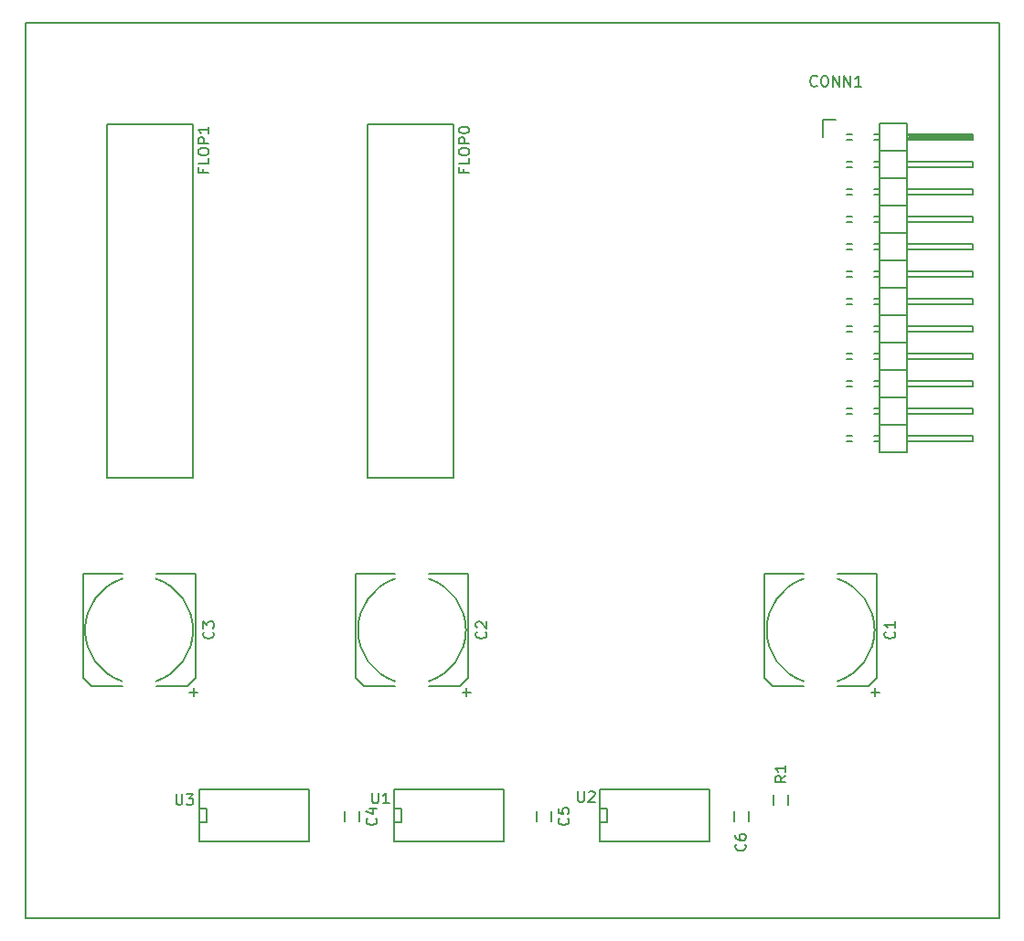
<source format=gbr>
G04 #@! TF.FileFunction,Legend,Top*
%FSLAX46Y46*%
G04 Gerber Fmt 4.6, Leading zero omitted, Abs format (unit mm)*
G04 Created by KiCad (PCBNEW 4.0.5+dfsg1-4~bpo8+1) date Sun Apr 30 20:10:01 2017*
%MOMM*%
%LPD*%
G01*
G04 APERTURE LIST*
%ADD10C,0.100000*%
%ADD11C,0.150000*%
G04 APERTURE END LIST*
D10*
D11*
X134493000Y-154940000D02*
X136652000Y-154940000D01*
X134493000Y-72009000D02*
X134493000Y-154940000D01*
X224663000Y-72009000D02*
X134493000Y-72009000D01*
X224663000Y-74930000D02*
X224663000Y-72009000D01*
X224663000Y-154940000D02*
X224663000Y-74930000D01*
X136652000Y-154940000D02*
X224663000Y-154940000D01*
X164044000Y-146042000D02*
X164044000Y-145042000D01*
X165394000Y-145042000D02*
X165394000Y-146042000D01*
X203708000Y-133477000D02*
X206590900Y-133477000D01*
X212598000Y-133477000D02*
X209715100Y-133477000D01*
X213360000Y-123063000D02*
X209715100Y-123063000D01*
X202946000Y-123063000D02*
X206590900Y-123063000D01*
X209715100Y-133019800D02*
G75*
G03X209715100Y-123520200I-1562100J4749800D01*
G01*
X206590900Y-123520200D02*
G75*
G03X206590900Y-133019800I1562100J-4749800D01*
G01*
X213360000Y-123063000D02*
X213360000Y-132715000D01*
X213360000Y-132715000D02*
X212598000Y-133477000D01*
X203708000Y-133477000D02*
X202946000Y-132715000D01*
X202946000Y-132715000D02*
X202946000Y-123063000D01*
X165862000Y-133477000D02*
X168744900Y-133477000D01*
X174752000Y-133477000D02*
X171869100Y-133477000D01*
X175514000Y-123063000D02*
X171869100Y-123063000D01*
X165100000Y-123063000D02*
X168744900Y-123063000D01*
X171869100Y-133019800D02*
G75*
G03X171869100Y-123520200I-1562100J4749800D01*
G01*
X168744900Y-123520200D02*
G75*
G03X168744900Y-133019800I1562100J-4749800D01*
G01*
X175514000Y-123063000D02*
X175514000Y-132715000D01*
X175514000Y-132715000D02*
X174752000Y-133477000D01*
X165862000Y-133477000D02*
X165100000Y-132715000D01*
X165100000Y-132715000D02*
X165100000Y-123063000D01*
X140589000Y-133477000D02*
X143471900Y-133477000D01*
X149479000Y-133477000D02*
X146596100Y-133477000D01*
X150241000Y-123063000D02*
X146596100Y-123063000D01*
X139827000Y-123063000D02*
X143471900Y-123063000D01*
X146596100Y-133019800D02*
G75*
G03X146596100Y-123520200I-1562100J4749800D01*
G01*
X143471900Y-123520200D02*
G75*
G03X143471900Y-133019800I1562100J-4749800D01*
G01*
X150241000Y-123063000D02*
X150241000Y-132715000D01*
X150241000Y-132715000D02*
X149479000Y-133477000D01*
X140589000Y-133477000D02*
X139827000Y-132715000D01*
X139827000Y-132715000D02*
X139827000Y-123063000D01*
X211074000Y-82296000D02*
X210566000Y-82296000D01*
X211074000Y-82804000D02*
X210566000Y-82804000D01*
X211074000Y-84836000D02*
X210566000Y-84836000D01*
X211074000Y-85344000D02*
X210566000Y-85344000D01*
X211074000Y-110744000D02*
X210566000Y-110744000D01*
X211074000Y-110236000D02*
X210566000Y-110236000D01*
X211074000Y-108204000D02*
X210566000Y-108204000D01*
X211074000Y-107696000D02*
X210566000Y-107696000D01*
X211074000Y-102616000D02*
X210566000Y-102616000D01*
X211074000Y-103124000D02*
X210566000Y-103124000D01*
X211074000Y-105156000D02*
X210566000Y-105156000D01*
X211074000Y-105664000D02*
X210566000Y-105664000D01*
X211074000Y-100584000D02*
X210566000Y-100584000D01*
X211074000Y-100076000D02*
X210566000Y-100076000D01*
X211074000Y-98044000D02*
X210566000Y-98044000D01*
X211074000Y-97536000D02*
X210566000Y-97536000D01*
X211074000Y-87376000D02*
X210566000Y-87376000D01*
X211074000Y-87884000D02*
X210566000Y-87884000D01*
X211074000Y-89916000D02*
X210566000Y-89916000D01*
X211074000Y-90424000D02*
X210566000Y-90424000D01*
X211074000Y-95504000D02*
X210566000Y-95504000D01*
X211074000Y-94996000D02*
X210566000Y-94996000D01*
X211074000Y-92964000D02*
X210566000Y-92964000D01*
X211074000Y-92456000D02*
X210566000Y-92456000D01*
X213614000Y-107696000D02*
X213106000Y-107696000D01*
X213614000Y-108204000D02*
X213106000Y-108204000D01*
X213614000Y-110236000D02*
X213106000Y-110236000D01*
X213614000Y-110744000D02*
X213106000Y-110744000D01*
X213614000Y-105664000D02*
X213106000Y-105664000D01*
X213614000Y-105156000D02*
X213106000Y-105156000D01*
X213614000Y-103124000D02*
X213106000Y-103124000D01*
X213614000Y-102616000D02*
X213106000Y-102616000D01*
X213614000Y-97536000D02*
X213106000Y-97536000D01*
X213614000Y-98044000D02*
X213106000Y-98044000D01*
X213614000Y-100076000D02*
X213106000Y-100076000D01*
X213614000Y-100584000D02*
X213106000Y-100584000D01*
X213614000Y-95504000D02*
X213106000Y-95504000D01*
X213614000Y-94996000D02*
X213106000Y-94996000D01*
X213614000Y-92964000D02*
X213106000Y-92964000D01*
X213614000Y-92456000D02*
X213106000Y-92456000D01*
X213614000Y-82296000D02*
X213106000Y-82296000D01*
X213614000Y-82804000D02*
X213106000Y-82804000D01*
X213614000Y-84836000D02*
X213106000Y-84836000D01*
X213614000Y-85344000D02*
X213106000Y-85344000D01*
X213614000Y-90424000D02*
X213106000Y-90424000D01*
X213614000Y-89916000D02*
X213106000Y-89916000D01*
X213614000Y-87884000D02*
X213106000Y-87884000D01*
X213614000Y-87376000D02*
X213106000Y-87376000D01*
X209550000Y-81000000D02*
X208400000Y-81000000D01*
X208400000Y-81000000D02*
X208400000Y-82550000D01*
X216154000Y-82423000D02*
X222123000Y-82423000D01*
X222123000Y-82423000D02*
X222123000Y-82677000D01*
X222123000Y-82677000D02*
X216281000Y-82677000D01*
X216281000Y-82677000D02*
X216281000Y-82550000D01*
X216281000Y-82550000D02*
X222123000Y-82550000D01*
X213614000Y-101600000D02*
X216154000Y-101600000D01*
X213614000Y-101600000D02*
X213614000Y-104140000D01*
X213614000Y-104140000D02*
X216154000Y-104140000D01*
X216154000Y-102616000D02*
X222250000Y-102616000D01*
X222250000Y-102616000D02*
X222250000Y-103124000D01*
X222250000Y-103124000D02*
X216154000Y-103124000D01*
X216154000Y-104140000D02*
X216154000Y-101600000D01*
X216154000Y-106680000D02*
X216154000Y-104140000D01*
X222250000Y-105664000D02*
X216154000Y-105664000D01*
X222250000Y-105156000D02*
X222250000Y-105664000D01*
X216154000Y-105156000D02*
X222250000Y-105156000D01*
X213614000Y-106680000D02*
X216154000Y-106680000D01*
X213614000Y-104140000D02*
X213614000Y-106680000D01*
X213614000Y-104140000D02*
X216154000Y-104140000D01*
X213614000Y-109220000D02*
X216154000Y-109220000D01*
X213614000Y-109220000D02*
X213614000Y-111760000D01*
X216154000Y-110236000D02*
X222250000Y-110236000D01*
X222250000Y-110236000D02*
X222250000Y-110744000D01*
X222250000Y-110744000D02*
X216154000Y-110744000D01*
X216154000Y-111760000D02*
X216154000Y-109220000D01*
X216154000Y-109220000D02*
X216154000Y-106680000D01*
X222250000Y-108204000D02*
X216154000Y-108204000D01*
X222250000Y-107696000D02*
X222250000Y-108204000D01*
X216154000Y-107696000D02*
X222250000Y-107696000D01*
X213614000Y-109220000D02*
X216154000Y-109220000D01*
X213614000Y-106680000D02*
X213614000Y-109220000D01*
X213614000Y-106680000D02*
X216154000Y-106680000D01*
X213614000Y-111760000D02*
X216154000Y-111760000D01*
X213614000Y-91440000D02*
X216154000Y-91440000D01*
X213614000Y-91440000D02*
X213614000Y-93980000D01*
X213614000Y-93980000D02*
X216154000Y-93980000D01*
X216154000Y-92456000D02*
X222250000Y-92456000D01*
X222250000Y-92456000D02*
X222250000Y-92964000D01*
X222250000Y-92964000D02*
X216154000Y-92964000D01*
X216154000Y-93980000D02*
X216154000Y-91440000D01*
X216154000Y-96520000D02*
X216154000Y-93980000D01*
X222250000Y-95504000D02*
X216154000Y-95504000D01*
X222250000Y-94996000D02*
X222250000Y-95504000D01*
X216154000Y-94996000D02*
X222250000Y-94996000D01*
X213614000Y-96520000D02*
X216154000Y-96520000D01*
X213614000Y-93980000D02*
X213614000Y-96520000D01*
X213614000Y-93980000D02*
X216154000Y-93980000D01*
X213614000Y-99060000D02*
X216154000Y-99060000D01*
X213614000Y-99060000D02*
X213614000Y-101600000D01*
X213614000Y-101600000D02*
X216154000Y-101600000D01*
X216154000Y-100076000D02*
X222250000Y-100076000D01*
X222250000Y-100076000D02*
X222250000Y-100584000D01*
X222250000Y-100584000D02*
X216154000Y-100584000D01*
X216154000Y-101600000D02*
X216154000Y-99060000D01*
X216154000Y-99060000D02*
X216154000Y-96520000D01*
X222250000Y-98044000D02*
X216154000Y-98044000D01*
X222250000Y-97536000D02*
X222250000Y-98044000D01*
X216154000Y-97536000D02*
X222250000Y-97536000D01*
X213614000Y-99060000D02*
X216154000Y-99060000D01*
X213614000Y-96520000D02*
X213614000Y-99060000D01*
X213614000Y-96520000D02*
X216154000Y-96520000D01*
X213614000Y-86360000D02*
X216154000Y-86360000D01*
X213614000Y-86360000D02*
X213614000Y-88900000D01*
X213614000Y-88900000D02*
X216154000Y-88900000D01*
X216154000Y-87376000D02*
X222250000Y-87376000D01*
X222250000Y-87376000D02*
X222250000Y-87884000D01*
X222250000Y-87884000D02*
X216154000Y-87884000D01*
X216154000Y-88900000D02*
X216154000Y-86360000D01*
X216154000Y-91440000D02*
X216154000Y-88900000D01*
X222250000Y-90424000D02*
X216154000Y-90424000D01*
X222250000Y-89916000D02*
X222250000Y-90424000D01*
X216154000Y-89916000D02*
X222250000Y-89916000D01*
X213614000Y-91440000D02*
X216154000Y-91440000D01*
X213614000Y-88900000D02*
X213614000Y-91440000D01*
X213614000Y-88900000D02*
X216154000Y-88900000D01*
X213614000Y-83820000D02*
X216154000Y-83820000D01*
X213614000Y-83820000D02*
X213614000Y-86360000D01*
X213614000Y-86360000D02*
X216154000Y-86360000D01*
X216154000Y-84836000D02*
X222250000Y-84836000D01*
X222250000Y-84836000D02*
X222250000Y-85344000D01*
X222250000Y-85344000D02*
X216154000Y-85344000D01*
X216154000Y-86360000D02*
X216154000Y-83820000D01*
X216154000Y-83820000D02*
X216154000Y-81280000D01*
X222250000Y-82804000D02*
X216154000Y-82804000D01*
X222250000Y-82296000D02*
X222250000Y-82804000D01*
X216154000Y-82296000D02*
X222250000Y-82296000D01*
X213614000Y-83820000D02*
X216154000Y-83820000D01*
X213614000Y-81280000D02*
X213614000Y-83820000D01*
X213614000Y-81280000D02*
X216154000Y-81280000D01*
X168980000Y-81390000D02*
X173780000Y-81390000D01*
X173780000Y-81390000D02*
X174180000Y-81390000D01*
X174180000Y-81390000D02*
X174180000Y-114190000D01*
X174180000Y-114190000D02*
X166180000Y-114190000D01*
X166180000Y-114190000D02*
X166180000Y-113790000D01*
X168980000Y-81390000D02*
X166180000Y-81390000D01*
X166180000Y-81390000D02*
X166180000Y-81790000D01*
X166180000Y-81790000D02*
X166180000Y-113790000D01*
X144850000Y-81390000D02*
X149650000Y-81390000D01*
X149650000Y-81390000D02*
X150050000Y-81390000D01*
X150050000Y-81390000D02*
X150050000Y-114190000D01*
X150050000Y-114190000D02*
X142050000Y-114190000D01*
X142050000Y-114190000D02*
X142050000Y-113790000D01*
X144850000Y-81390000D02*
X142050000Y-81390000D01*
X142050000Y-81390000D02*
X142050000Y-81790000D01*
X142050000Y-81790000D02*
X142050000Y-113790000D01*
X205145000Y-143518000D02*
X205145000Y-144518000D01*
X203795000Y-144518000D02*
X203795000Y-143518000D01*
X178816000Y-143002000D02*
X178816000Y-147828000D01*
X178816000Y-147828000D02*
X168656000Y-147828000D01*
X168656000Y-147828000D02*
X168656000Y-143002000D01*
X168656000Y-143002000D02*
X178816000Y-143002000D01*
X168656000Y-144780000D02*
X169291000Y-144780000D01*
X169291000Y-144780000D02*
X169291000Y-146050000D01*
X169291000Y-146050000D02*
X168656000Y-146050000D01*
X197866000Y-143002000D02*
X197866000Y-147828000D01*
X197866000Y-147828000D02*
X187706000Y-147828000D01*
X187706000Y-147828000D02*
X187706000Y-143002000D01*
X187706000Y-143002000D02*
X197866000Y-143002000D01*
X187706000Y-144780000D02*
X188341000Y-144780000D01*
X188341000Y-144780000D02*
X188341000Y-146050000D01*
X188341000Y-146050000D02*
X187706000Y-146050000D01*
X160782000Y-143002000D02*
X160782000Y-147828000D01*
X160782000Y-147828000D02*
X150622000Y-147828000D01*
X150622000Y-147828000D02*
X150622000Y-143002000D01*
X150622000Y-143002000D02*
X160782000Y-143002000D01*
X150622000Y-144780000D02*
X151257000Y-144780000D01*
X151257000Y-144780000D02*
X151257000Y-146050000D01*
X151257000Y-146050000D02*
X150622000Y-146050000D01*
X181824000Y-146042000D02*
X181824000Y-145042000D01*
X183174000Y-145042000D02*
X183174000Y-146042000D01*
X200112000Y-146042000D02*
X200112000Y-145042000D01*
X201462000Y-145042000D02*
X201462000Y-146042000D01*
X166976143Y-145708666D02*
X167023762Y-145756285D01*
X167071381Y-145899142D01*
X167071381Y-145994380D01*
X167023762Y-146137238D01*
X166928524Y-146232476D01*
X166833286Y-146280095D01*
X166642810Y-146327714D01*
X166499952Y-146327714D01*
X166309476Y-146280095D01*
X166214238Y-146232476D01*
X166119000Y-146137238D01*
X166071381Y-145994380D01*
X166071381Y-145899142D01*
X166119000Y-145756285D01*
X166166619Y-145708666D01*
X166404714Y-144851523D02*
X167071381Y-144851523D01*
X166023762Y-145089619D02*
X166738048Y-145327714D01*
X166738048Y-144708666D01*
X214974443Y-128436666D02*
X215022062Y-128484285D01*
X215069681Y-128627142D01*
X215069681Y-128722380D01*
X215022062Y-128865238D01*
X214926824Y-128960476D01*
X214831586Y-129008095D01*
X214641110Y-129055714D01*
X214498252Y-129055714D01*
X214307776Y-129008095D01*
X214212538Y-128960476D01*
X214117300Y-128865238D01*
X214069681Y-128722380D01*
X214069681Y-128627142D01*
X214117300Y-128484285D01*
X214164919Y-128436666D01*
X215069681Y-127484285D02*
X215069681Y-128055714D01*
X215069681Y-127770000D02*
X214069681Y-127770000D01*
X214212538Y-127865238D01*
X214307776Y-127960476D01*
X214355395Y-128055714D01*
X213190129Y-134429452D02*
X213190129Y-133667547D01*
X213571081Y-134048499D02*
X212809176Y-134048499D01*
X177128443Y-128436666D02*
X177176062Y-128484285D01*
X177223681Y-128627142D01*
X177223681Y-128722380D01*
X177176062Y-128865238D01*
X177080824Y-128960476D01*
X176985586Y-129008095D01*
X176795110Y-129055714D01*
X176652252Y-129055714D01*
X176461776Y-129008095D01*
X176366538Y-128960476D01*
X176271300Y-128865238D01*
X176223681Y-128722380D01*
X176223681Y-128627142D01*
X176271300Y-128484285D01*
X176318919Y-128436666D01*
X176318919Y-128055714D02*
X176271300Y-128008095D01*
X176223681Y-127912857D01*
X176223681Y-127674761D01*
X176271300Y-127579523D01*
X176318919Y-127531904D01*
X176414157Y-127484285D01*
X176509395Y-127484285D01*
X176652252Y-127531904D01*
X177223681Y-128103333D01*
X177223681Y-127484285D01*
X175344129Y-134429452D02*
X175344129Y-133667547D01*
X175725081Y-134048499D02*
X174963176Y-134048499D01*
X151855443Y-128436666D02*
X151903062Y-128484285D01*
X151950681Y-128627142D01*
X151950681Y-128722380D01*
X151903062Y-128865238D01*
X151807824Y-128960476D01*
X151712586Y-129008095D01*
X151522110Y-129055714D01*
X151379252Y-129055714D01*
X151188776Y-129008095D01*
X151093538Y-128960476D01*
X150998300Y-128865238D01*
X150950681Y-128722380D01*
X150950681Y-128627142D01*
X150998300Y-128484285D01*
X151045919Y-128436666D01*
X150950681Y-128103333D02*
X150950681Y-127484285D01*
X151331633Y-127817619D01*
X151331633Y-127674761D01*
X151379252Y-127579523D01*
X151426871Y-127531904D01*
X151522110Y-127484285D01*
X151760205Y-127484285D01*
X151855443Y-127531904D01*
X151903062Y-127579523D01*
X151950681Y-127674761D01*
X151950681Y-127960476D01*
X151903062Y-128055714D01*
X151855443Y-128103333D01*
X150071129Y-134429452D02*
X150071129Y-133667547D01*
X150452081Y-134048499D02*
X149690176Y-134048499D01*
X207811905Y-77807143D02*
X207764286Y-77854762D01*
X207621429Y-77902381D01*
X207526191Y-77902381D01*
X207383333Y-77854762D01*
X207288095Y-77759524D01*
X207240476Y-77664286D01*
X207192857Y-77473810D01*
X207192857Y-77330952D01*
X207240476Y-77140476D01*
X207288095Y-77045238D01*
X207383333Y-76950000D01*
X207526191Y-76902381D01*
X207621429Y-76902381D01*
X207764286Y-76950000D01*
X207811905Y-76997619D01*
X208430952Y-76902381D02*
X208621429Y-76902381D01*
X208716667Y-76950000D01*
X208811905Y-77045238D01*
X208859524Y-77235714D01*
X208859524Y-77569048D01*
X208811905Y-77759524D01*
X208716667Y-77854762D01*
X208621429Y-77902381D01*
X208430952Y-77902381D01*
X208335714Y-77854762D01*
X208240476Y-77759524D01*
X208192857Y-77569048D01*
X208192857Y-77235714D01*
X208240476Y-77045238D01*
X208335714Y-76950000D01*
X208430952Y-76902381D01*
X209288095Y-77902381D02*
X209288095Y-76902381D01*
X209859524Y-77902381D01*
X209859524Y-76902381D01*
X210335714Y-77902381D02*
X210335714Y-76902381D01*
X210907143Y-77902381D01*
X210907143Y-76902381D01*
X211907143Y-77902381D02*
X211335714Y-77902381D01*
X211621428Y-77902381D02*
X211621428Y-76902381D01*
X211526190Y-77045238D01*
X211430952Y-77140476D01*
X211335714Y-77188095D01*
X175108571Y-85551904D02*
X175108571Y-85885238D01*
X175632381Y-85885238D02*
X174632381Y-85885238D01*
X174632381Y-85409047D01*
X175632381Y-84551904D02*
X175632381Y-85028095D01*
X174632381Y-85028095D01*
X174632381Y-84028095D02*
X174632381Y-83837618D01*
X174680000Y-83742380D01*
X174775238Y-83647142D01*
X174965714Y-83599523D01*
X175299048Y-83599523D01*
X175489524Y-83647142D01*
X175584762Y-83742380D01*
X175632381Y-83837618D01*
X175632381Y-84028095D01*
X175584762Y-84123333D01*
X175489524Y-84218571D01*
X175299048Y-84266190D01*
X174965714Y-84266190D01*
X174775238Y-84218571D01*
X174680000Y-84123333D01*
X174632381Y-84028095D01*
X175632381Y-83170952D02*
X174632381Y-83170952D01*
X174632381Y-82789999D01*
X174680000Y-82694761D01*
X174727619Y-82647142D01*
X174822857Y-82599523D01*
X174965714Y-82599523D01*
X175060952Y-82647142D01*
X175108571Y-82694761D01*
X175156190Y-82789999D01*
X175156190Y-83170952D01*
X174632381Y-81980476D02*
X174632381Y-81885237D01*
X174680000Y-81789999D01*
X174727619Y-81742380D01*
X174822857Y-81694761D01*
X175013333Y-81647142D01*
X175251429Y-81647142D01*
X175441905Y-81694761D01*
X175537143Y-81742380D01*
X175584762Y-81789999D01*
X175632381Y-81885237D01*
X175632381Y-81980476D01*
X175584762Y-82075714D01*
X175537143Y-82123333D01*
X175441905Y-82170952D01*
X175251429Y-82218571D01*
X175013333Y-82218571D01*
X174822857Y-82170952D01*
X174727619Y-82123333D01*
X174680000Y-82075714D01*
X174632381Y-81980476D01*
X150978571Y-85551904D02*
X150978571Y-85885238D01*
X151502381Y-85885238D02*
X150502381Y-85885238D01*
X150502381Y-85409047D01*
X151502381Y-84551904D02*
X151502381Y-85028095D01*
X150502381Y-85028095D01*
X150502381Y-84028095D02*
X150502381Y-83837618D01*
X150550000Y-83742380D01*
X150645238Y-83647142D01*
X150835714Y-83599523D01*
X151169048Y-83599523D01*
X151359524Y-83647142D01*
X151454762Y-83742380D01*
X151502381Y-83837618D01*
X151502381Y-84028095D01*
X151454762Y-84123333D01*
X151359524Y-84218571D01*
X151169048Y-84266190D01*
X150835714Y-84266190D01*
X150645238Y-84218571D01*
X150550000Y-84123333D01*
X150502381Y-84028095D01*
X151502381Y-83170952D02*
X150502381Y-83170952D01*
X150502381Y-82789999D01*
X150550000Y-82694761D01*
X150597619Y-82647142D01*
X150692857Y-82599523D01*
X150835714Y-82599523D01*
X150930952Y-82647142D01*
X150978571Y-82694761D01*
X151026190Y-82789999D01*
X151026190Y-83170952D01*
X151502381Y-81647142D02*
X151502381Y-82218571D01*
X151502381Y-81932857D02*
X150502381Y-81932857D01*
X150645238Y-82028095D01*
X150740476Y-82123333D01*
X150788095Y-82218571D01*
X204922381Y-141771666D02*
X204446190Y-142105000D01*
X204922381Y-142343095D02*
X203922381Y-142343095D01*
X203922381Y-141962142D01*
X203970000Y-141866904D01*
X204017619Y-141819285D01*
X204112857Y-141771666D01*
X204255714Y-141771666D01*
X204350952Y-141819285D01*
X204398571Y-141866904D01*
X204446190Y-141962142D01*
X204446190Y-142343095D01*
X204922381Y-140819285D02*
X204922381Y-141390714D01*
X204922381Y-141105000D02*
X203922381Y-141105000D01*
X204065238Y-141200238D01*
X204160476Y-141295476D01*
X204208095Y-141390714D01*
X166624095Y-143343381D02*
X166624095Y-144152905D01*
X166671714Y-144248143D01*
X166719333Y-144295762D01*
X166814571Y-144343381D01*
X167005048Y-144343381D01*
X167100286Y-144295762D01*
X167147905Y-144248143D01*
X167195524Y-144152905D01*
X167195524Y-143343381D01*
X168195524Y-144343381D02*
X167624095Y-144343381D01*
X167909809Y-144343381D02*
X167909809Y-143343381D01*
X167814571Y-143486238D01*
X167719333Y-143581476D01*
X167624095Y-143629095D01*
X185674095Y-143216381D02*
X185674095Y-144025905D01*
X185721714Y-144121143D01*
X185769333Y-144168762D01*
X185864571Y-144216381D01*
X186055048Y-144216381D01*
X186150286Y-144168762D01*
X186197905Y-144121143D01*
X186245524Y-144025905D01*
X186245524Y-143216381D01*
X186674095Y-143311619D02*
X186721714Y-143264000D01*
X186816952Y-143216381D01*
X187055048Y-143216381D01*
X187150286Y-143264000D01*
X187197905Y-143311619D01*
X187245524Y-143406857D01*
X187245524Y-143502095D01*
X187197905Y-143644952D01*
X186626476Y-144216381D01*
X187245524Y-144216381D01*
X148463095Y-143470381D02*
X148463095Y-144279905D01*
X148510714Y-144375143D01*
X148558333Y-144422762D01*
X148653571Y-144470381D01*
X148844048Y-144470381D01*
X148939286Y-144422762D01*
X148986905Y-144375143D01*
X149034524Y-144279905D01*
X149034524Y-143470381D01*
X149415476Y-143470381D02*
X150034524Y-143470381D01*
X149701190Y-143851333D01*
X149844048Y-143851333D01*
X149939286Y-143898952D01*
X149986905Y-143946571D01*
X150034524Y-144041810D01*
X150034524Y-144279905D01*
X149986905Y-144375143D01*
X149939286Y-144422762D01*
X149844048Y-144470381D01*
X149558333Y-144470381D01*
X149463095Y-144422762D01*
X149415476Y-144375143D01*
X184756143Y-145708666D02*
X184803762Y-145756285D01*
X184851381Y-145899142D01*
X184851381Y-145994380D01*
X184803762Y-146137238D01*
X184708524Y-146232476D01*
X184613286Y-146280095D01*
X184422810Y-146327714D01*
X184279952Y-146327714D01*
X184089476Y-146280095D01*
X183994238Y-146232476D01*
X183899000Y-146137238D01*
X183851381Y-145994380D01*
X183851381Y-145899142D01*
X183899000Y-145756285D01*
X183946619Y-145708666D01*
X183851381Y-144803904D02*
X183851381Y-145280095D01*
X184327571Y-145327714D01*
X184279952Y-145280095D01*
X184232333Y-145184857D01*
X184232333Y-144946761D01*
X184279952Y-144851523D01*
X184327571Y-144803904D01*
X184422810Y-144756285D01*
X184660905Y-144756285D01*
X184756143Y-144803904D01*
X184803762Y-144851523D01*
X184851381Y-144946761D01*
X184851381Y-145184857D01*
X184803762Y-145280095D01*
X184756143Y-145327714D01*
X201144143Y-148121666D02*
X201191762Y-148169285D01*
X201239381Y-148312142D01*
X201239381Y-148407380D01*
X201191762Y-148550238D01*
X201096524Y-148645476D01*
X201001286Y-148693095D01*
X200810810Y-148740714D01*
X200667952Y-148740714D01*
X200477476Y-148693095D01*
X200382238Y-148645476D01*
X200287000Y-148550238D01*
X200239381Y-148407380D01*
X200239381Y-148312142D01*
X200287000Y-148169285D01*
X200334619Y-148121666D01*
X200239381Y-147264523D02*
X200239381Y-147455000D01*
X200287000Y-147550238D01*
X200334619Y-147597857D01*
X200477476Y-147693095D01*
X200667952Y-147740714D01*
X201048905Y-147740714D01*
X201144143Y-147693095D01*
X201191762Y-147645476D01*
X201239381Y-147550238D01*
X201239381Y-147359761D01*
X201191762Y-147264523D01*
X201144143Y-147216904D01*
X201048905Y-147169285D01*
X200810810Y-147169285D01*
X200715571Y-147216904D01*
X200667952Y-147264523D01*
X200620333Y-147359761D01*
X200620333Y-147550238D01*
X200667952Y-147645476D01*
X200715571Y-147693095D01*
X200810810Y-147740714D01*
M02*

</source>
